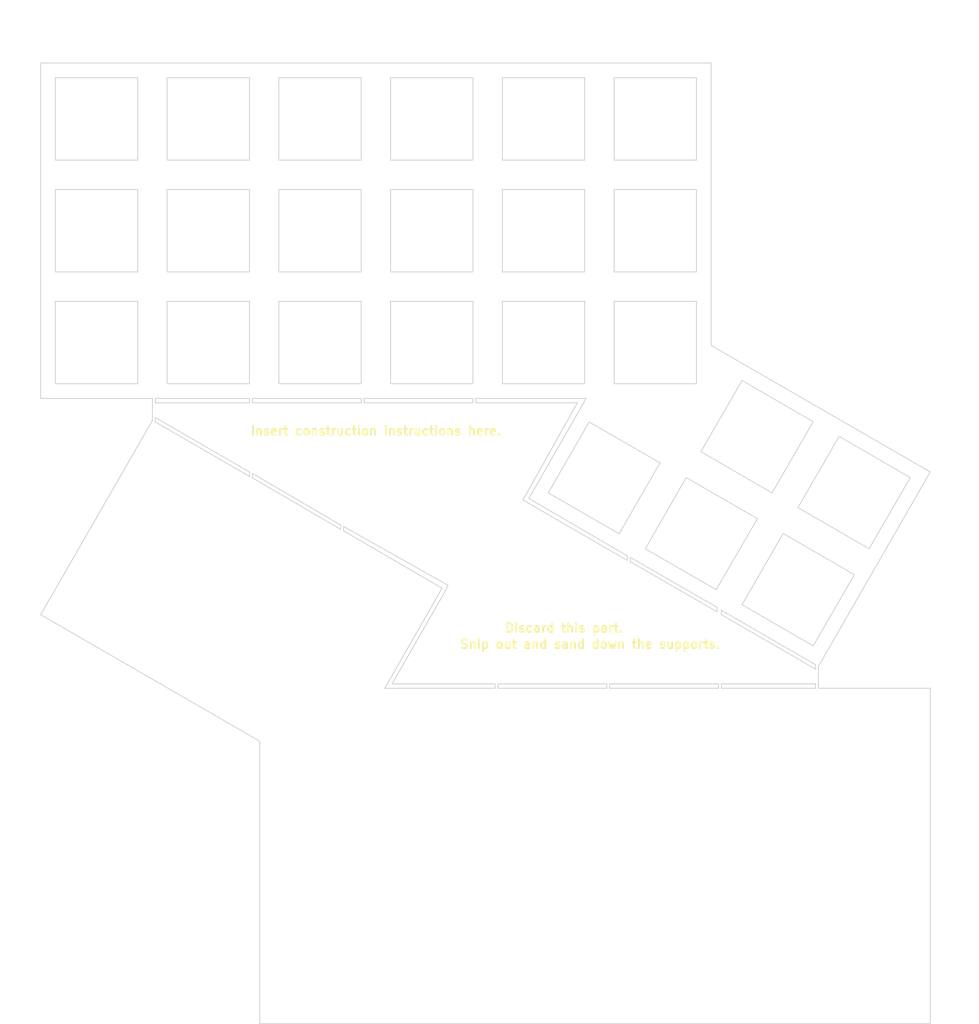
<source format=kicad_pcb>
(kicad_pcb (version 4) (host pcbnew 4.0.7)

  (general
    (links 0)
    (no_connects 0)
    (area 12.724968 16.05 184.814286 189.575001)
    (thickness 1.6)
    (drawings 175)
    (tracks 0)
    (zones 0)
    (modules 10)
    (nets 1)
  )

  (page A4)
  (title_block
    (title "Shard plate and base")
    (date 2017-10-30)
    (rev rev1)
  )

  (layers
    (0 F.Cu signal)
    (31 B.Cu signal)
    (32 B.Adhes user)
    (33 F.Adhes user)
    (34 B.Paste user)
    (35 F.Paste user)
    (36 B.SilkS user)
    (37 F.SilkS user)
    (38 B.Mask user)
    (39 F.Mask user)
    (40 Dwgs.User user)
    (41 Cmts.User user)
    (42 Eco1.User user)
    (43 Eco2.User user)
    (44 Edge.Cuts user)
    (45 Margin user)
    (46 B.CrtYd user)
    (47 F.CrtYd user)
    (48 B.Fab user)
    (49 F.Fab user)
  )

  (setup
    (last_trace_width 0.25)
    (trace_clearance 0.2)
    (zone_clearance 0.508)
    (zone_45_only no)
    (trace_min 0.2)
    (segment_width 0.2)
    (edge_width 0.15)
    (via_size 0.6)
    (via_drill 0.4)
    (via_min_size 0.4)
    (via_min_drill 0.3)
    (uvia_size 0.3)
    (uvia_drill 0.1)
    (uvias_allowed no)
    (uvia_min_size 0.2)
    (uvia_min_drill 0.1)
    (pcb_text_width 0.3)
    (pcb_text_size 1.5 1.5)
    (mod_edge_width 0.15)
    (mod_text_size 1 1)
    (mod_text_width 0.15)
    (pad_size 1.2 2)
    (pad_drill 0.6)
    (pad_to_mask_clearance 0.2)
    (aux_axis_origin 0 0)
    (visible_elements FFFFF77F)
    (pcbplotparams
      (layerselection 0x010f0_80000001)
      (usegerberextensions true)
      (excludeedgelayer true)
      (linewidth 0.100000)
      (plotframeref false)
      (viasonmask false)
      (mode 1)
      (useauxorigin false)
      (hpglpennumber 1)
      (hpglpenspeed 20)
      (hpglpendiameter 15)
      (hpglpenoverlay 2)
      (psnegative false)
      (psa4output false)
      (plotreference true)
      (plotvalue true)
      (plotinvisibletext false)
      (padsonsilk false)
      (subtractmaskfromsilk false)
      (outputformat 1)
      (mirror false)
      (drillshape 0)
      (scaleselection 1)
      (outputdirectory plate-gerber/))
  )

  (net 0 "")

  (net_class Default "This is the default net class."
    (clearance 0.2)
    (trace_width 0.25)
    (via_dia 0.6)
    (via_drill 0.4)
    (uvia_dia 0.3)
    (uvia_drill 0.1)
  )

  (module Mounting_Holes:MountingHole_2.2mm_M2 (layer F.Cu) (tedit 5A061492) (tstamp 5A11DD57)
    (at 153 151.5 180)
    (descr "Mounting Hole 2.2mm, no annular, M2")
    (tags "mounting hole 2.2mm no annular m2")
    (attr virtual)
    (fp_text reference M2 (at 0 -3.2 180) (layer F.SilkS) hide
      (effects (font (size 1 1) (thickness 0.15)))
    )
    (fp_text value MountingHole_2.2mm_M2 (at 0 3.2 180) (layer F.Fab) hide
      (effects (font (size 1 1) (thickness 0.15)))
    )
    (fp_text user %R (at 0.3 0 180) (layer F.Fab) hide
      (effects (font (size 1 1) (thickness 0.15)))
    )
    (fp_circle (center 0 0) (end 2.2 0) (layer Cmts.User) (width 0.15))
    (fp_circle (center 0 0) (end 2.45 0) (layer F.CrtYd) (width 0.05))
    (pad 1 np_thru_hole circle (at 0 0 180) (size 2.2 2.2) (drill 2.2) (layers *.Cu *.Mask))
  )

  (module Mounting_Holes:MountingHole_2.2mm_M2 (layer F.Cu) (tedit 5A06149E) (tstamp 5A11DD50)
    (at 77.5 151.5 180)
    (descr "Mounting Hole 2.2mm, no annular, M2")
    (tags "mounting hole 2.2mm no annular m2")
    (attr virtual)
    (fp_text reference M2 (at 0 -3.2 180) (layer F.SilkS) hide
      (effects (font (size 1 1) (thickness 0.15)))
    )
    (fp_text value MountingHole_2.2mm_M2 (at 0 3.2 180) (layer F.Fab) hide
      (effects (font (size 1 1) (thickness 0.15)))
    )
    (fp_text user %R (at 0.3 0 180) (layer F.Fab) hide
      (effects (font (size 1 1) (thickness 0.15)))
    )
    (fp_circle (center 0 0) (end 2.2 0) (layer Cmts.User) (width 0.15))
    (fp_circle (center 0 0) (end 2.45 0) (layer F.CrtYd) (width 0.05))
    (pad 1 np_thru_hole circle (at 0 0 180) (size 2.2 2.2) (drill 2.2) (layers *.Cu *.Mask))
  )

  (module Mounting_Holes:MountingHole_2.2mm_M2 (layer F.Cu) (tedit 5A0614A8) (tstamp 5A11DD49)
    (at 153 170.5 180)
    (descr "Mounting Hole 2.2mm, no annular, M2")
    (tags "mounting hole 2.2mm no annular m2")
    (attr virtual)
    (fp_text reference M2 (at 0 -3.2 180) (layer F.SilkS) hide
      (effects (font (size 1 1) (thickness 0.15)))
    )
    (fp_text value MountingHole_2.2mm_M2 (at 0 3.2 180) (layer F.Fab) hide
      (effects (font (size 1 1) (thickness 0.15)))
    )
    (fp_text user %R (at 0.3 0 180) (layer F.Fab) hide
      (effects (font (size 1 1) (thickness 0.15)))
    )
    (fp_circle (center 0 0) (end 2.2 0) (layer Cmts.User) (width 0.15))
    (fp_circle (center 0 0) (end 2.45 0) (layer F.CrtYd) (width 0.05))
    (pad 1 np_thru_hole circle (at 0 0 180) (size 2.2 2.2) (drill 2.2) (layers *.Cu *.Mask))
  )

  (module Mounting_Holes:MountingHole_2.2mm_M2 (layer F.Cu) (tedit 5A0614A8) (tstamp 5A11DD42)
    (at 77.5 170.5 180)
    (descr "Mounting Hole 2.2mm, no annular, M2")
    (tags "mounting hole 2.2mm no annular m2")
    (attr virtual)
    (fp_text reference M2 (at 0 -3.2 180) (layer F.SilkS) hide
      (effects (font (size 1 1) (thickness 0.15)))
    )
    (fp_text value MountingHole_2.2mm_M2 (at 0 3.2 180) (layer F.Fab) hide
      (effects (font (size 1 1) (thickness 0.15)))
    )
    (fp_text user %R (at 0.3 0 180) (layer F.Fab) hide
      (effects (font (size 1 1) (thickness 0.15)))
    )
    (fp_circle (center 0 0) (end 2.2 0) (layer Cmts.User) (width 0.15))
    (fp_circle (center 0 0) (end 2.45 0) (layer F.CrtYd) (width 0.05))
    (pad 1 np_thru_hole circle (at 0 0 180) (size 2.2 2.2) (drill 2.2) (layers *.Cu *.Mask))
  )

  (module Mounting_Holes:MountingHole_2.2mm_M2 (layer F.Cu) (tedit 5A06149E) (tstamp 5A11DD3B)
    (at 46.75 113 180)
    (descr "Mounting Hole 2.2mm, no annular, M2")
    (tags "mounting hole 2.2mm no annular m2")
    (attr virtual)
    (fp_text reference M2 (at 0 -3.2 180) (layer F.SilkS) hide
      (effects (font (size 1 1) (thickness 0.15)))
    )
    (fp_text value MountingHole_2.2mm_M2 (at 0 3.2 180) (layer F.Fab) hide
      (effects (font (size 1 1) (thickness 0.15)))
    )
    (fp_text user %R (at 0.3 0 180) (layer F.Fab) hide
      (effects (font (size 1 1) (thickness 0.15)))
    )
    (fp_circle (center 0 0) (end 2.2 0) (layer Cmts.User) (width 0.15))
    (fp_circle (center 0 0) (end 2.45 0) (layer F.CrtYd) (width 0.05))
    (pad 1 np_thru_hole circle (at 0 0 180) (size 2.2 2.2) (drill 2.2) (layers *.Cu *.Mask))
  )

  (module Mounting_Holes:MountingHole_2.2mm_M2 (layer F.Cu) (tedit 5A06149E) (tstamp 5A061F67)
    (at 146 102.75)
    (descr "Mounting Hole 2.2mm, no annular, M2")
    (tags "mounting hole 2.2mm no annular m2")
    (attr virtual)
    (fp_text reference M2 (at 0 -3.2) (layer F.SilkS) hide
      (effects (font (size 1 1) (thickness 0.15)))
    )
    (fp_text value MountingHole_2.2mm_M2 (at 0 3.2) (layer F.Fab) hide
      (effects (font (size 1 1) (thickness 0.15)))
    )
    (fp_text user %R (at 0.3 0) (layer F.Fab) hide
      (effects (font (size 1 1) (thickness 0.15)))
    )
    (fp_circle (center 0 0) (end 2.2 0) (layer Cmts.User) (width 0.15))
    (fp_circle (center 0 0) (end 2.45 0) (layer F.CrtYd) (width 0.05))
    (pad 1 np_thru_hole circle (at 0 0) (size 2.2 2.2) (drill 2.2) (layers *.Cu *.Mask))
  )

  (module Mounting_Holes:MountingHole_2.2mm_M2 (layer F.Cu) (tedit 5A0614A8) (tstamp 5A061F4F)
    (at 115.75 45.25)
    (descr "Mounting Hole 2.2mm, no annular, M2")
    (tags "mounting hole 2.2mm no annular m2")
    (attr virtual)
    (fp_text reference M2 (at 0 -3.2) (layer F.SilkS) hide
      (effects (font (size 1 1) (thickness 0.15)))
    )
    (fp_text value MountingHole_2.2mm_M2 (at 0 3.2) (layer F.Fab) hide
      (effects (font (size 1 1) (thickness 0.15)))
    )
    (fp_text user %R (at 0.3 0) (layer F.Fab) hide
      (effects (font (size 1 1) (thickness 0.15)))
    )
    (fp_circle (center 0 0) (end 2.2 0) (layer Cmts.User) (width 0.15))
    (fp_circle (center 0 0) (end 2.45 0) (layer F.CrtYd) (width 0.05))
    (pad 1 np_thru_hole circle (at 0 0) (size 2.2 2.2) (drill 2.2) (layers *.Cu *.Mask))
  )

  (module Mounting_Holes:MountingHole_2.2mm_M2 (layer F.Cu) (tedit 5A0614A8) (tstamp 5A061EA8)
    (at 39.75 45.25)
    (descr "Mounting Hole 2.2mm, no annular, M2")
    (tags "mounting hole 2.2mm no annular m2")
    (attr virtual)
    (fp_text reference M2 (at 0 -3.2) (layer F.SilkS) hide
      (effects (font (size 1 1) (thickness 0.15)))
    )
    (fp_text value MountingHole_2.2mm_M2 (at 0 3.2) (layer F.Fab) hide
      (effects (font (size 1 1) (thickness 0.15)))
    )
    (fp_text user %R (at 0.3 0) (layer F.Fab) hide
      (effects (font (size 1 1) (thickness 0.15)))
    )
    (fp_circle (center 0 0) (end 2.2 0) (layer Cmts.User) (width 0.15))
    (fp_circle (center 0 0) (end 2.45 0) (layer F.CrtYd) (width 0.05))
    (pad 1 np_thru_hole circle (at 0 0) (size 2.2 2.2) (drill 2.2) (layers *.Cu *.Mask))
  )

  (module Mounting_Holes:MountingHole_2.2mm_M2 (layer F.Cu) (tedit 5A06149E) (tstamp 5A061EEC)
    (at 115.75 64.25)
    (descr "Mounting Hole 2.2mm, no annular, M2")
    (tags "mounting hole 2.2mm no annular m2")
    (attr virtual)
    (fp_text reference M2 (at 0 -3.2) (layer F.SilkS) hide
      (effects (font (size 1 1) (thickness 0.15)))
    )
    (fp_text value MountingHole_2.2mm_M2 (at 0 3.2) (layer F.Fab) hide
      (effects (font (size 1 1) (thickness 0.15)))
    )
    (fp_text user %R (at 0.3 0) (layer F.Fab) hide
      (effects (font (size 1 1) (thickness 0.15)))
    )
    (fp_circle (center 0 0) (end 2.2 0) (layer Cmts.User) (width 0.15))
    (fp_circle (center 0 0) (end 2.45 0) (layer F.CrtYd) (width 0.05))
    (pad 1 np_thru_hole circle (at 0 0) (size 2.2 2.2) (drill 2.2) (layers *.Cu *.Mask))
  )

  (module Mounting_Holes:MountingHole_2.2mm_M2 (layer F.Cu) (tedit 5A061492) (tstamp 5A061E03)
    (at 39.75 64.25)
    (descr "Mounting Hole 2.2mm, no annular, M2")
    (tags "mounting hole 2.2mm no annular m2")
    (attr virtual)
    (fp_text reference M2 (at 0 -3.2) (layer F.SilkS) hide
      (effects (font (size 1 1) (thickness 0.15)))
    )
    (fp_text value MountingHole_2.2mm_M2 (at 0 3.2) (layer F.Fab) hide
      (effects (font (size 1 1) (thickness 0.15)))
    )
    (fp_text user %R (at 0.3 0) (layer F.Fab) hide
      (effects (font (size 1 1) (thickness 0.15)))
    )
    (fp_circle (center 0 0) (end 2.2 0) (layer Cmts.User) (width 0.15))
    (fp_circle (center 0 0) (end 2.45 0) (layer F.CrtYd) (width 0.05))
    (pad 1 np_thru_hole circle (at 0 0) (size 2.2 2.2) (drill 2.2) (layers *.Cu *.Mask))
  )

  (gr_text "Insert construction instructions here." (at 77.75 88.75) (layer F.SilkS)
    (effects (font (size 1.5 1.5) (thickness 0.3)))
  )
  (gr_text "Snip out and sand down the supports. " (at 114.75 125) (layer F.SilkS)
    (effects (font (size 1.5 1.5) (thickness 0.3)))
  )
  (gr_text "Discard this part." (at 109.75 122.25) (layer F.SilkS)
    (effects (font (size 1.5 1.5) (thickness 0.3)))
  )
  (gr_line (start 72.25 105) (end 90 115) (angle 90) (layer Edge.Cuts) (width 0.15))
  (gr_line (start 72.25 105.75) (end 72.25 105) (angle 90) (layer Edge.Cuts) (width 0.15))
  (gr_line (start 72.25 105.75) (end 89 115.5) (angle 90) (layer Edge.Cuts) (width 0.15))
  (gr_line (start 56.75 96) (end 56.75 96.75) (angle 90) (layer Edge.Cuts) (width 0.15))
  (gr_line (start 71.75 104.75) (end 56.75 96) (angle 90) (layer Edge.Cuts) (width 0.15))
  (gr_line (start 71.75 105.5) (end 71.75 104.75) (angle 90) (layer Edge.Cuts) (width 0.15))
  (gr_line (start 56.75 96.75) (end 71.75 105.5) (angle 90) (layer Edge.Cuts) (width 0.15))
  (gr_line (start 40.25 87.25) (end 56.25 96.5) (angle 90) (layer Edge.Cuts) (width 0.15))
  (gr_line (start 56.25 95.75) (end 40.25 86.5) (angle 90) (layer Edge.Cuts) (width 0.15))
  (gr_line (start 56.25 96.5) (end 56.25 95.75) (angle 90) (layer Edge.Cuts) (width 0.15))
  (gr_line (start 89.25 116.5) (end 90 115) (angle 90) (layer Edge.Cuts) (width 0.15))
  (gr_line (start 80.5 131.75) (end 89.25 116.5) (angle 90) (layer Edge.Cuts) (width 0.15))
  (gr_line (start 98 131.75) (end 80.5 131.75) (angle 90) (layer Edge.Cuts) (width 0.15))
  (gr_line (start 98 132.5) (end 98 131.75) (angle 90) (layer Edge.Cuts) (width 0.15))
  (gr_line (start 98 132.5) (end 79.25 132.5) (angle 90) (layer Edge.Cuts) (width 0.15))
  (gr_line (start 117 131.75) (end 117 132.5) (angle 90) (layer Edge.Cuts) (width 0.15))
  (gr_line (start 98.5 131.75) (end 117 131.75) (angle 90) (layer Edge.Cuts) (width 0.15))
  (gr_line (start 98.5 132.5) (end 98.5 131.75) (angle 90) (layer Edge.Cuts) (width 0.15))
  (gr_line (start 117 132.5) (end 98.5 132.5) (angle 90) (layer Edge.Cuts) (width 0.15))
  (gr_line (start 136 131.75) (end 136 132.5) (angle 90) (layer Edge.Cuts) (width 0.15))
  (gr_line (start 117.5 131.75) (end 136 131.75) (angle 90) (layer Edge.Cuts) (width 0.15))
  (gr_line (start 117.5 132.5) (end 117.5 131.75) (angle 90) (layer Edge.Cuts) (width 0.15))
  (gr_line (start 136 132.5) (end 117.5 132.5) (angle 90) (layer Edge.Cuts) (width 0.15))
  (gr_line (start 152.5 131.75) (end 152.5 132.5) (angle 90) (layer Edge.Cuts) (width 0.15))
  (gr_line (start 136.5 131.75) (end 152.5 131.75) (angle 90) (layer Edge.Cuts) (width 0.15))
  (gr_line (start 136.5 132.5) (end 136.5 131.75) (angle 90) (layer Edge.Cuts) (width 0.15))
  (gr_line (start 152.5 132.5) (end 136.5 132.5) (angle 90) (layer Edge.Cuts) (width 0.15))
  (gr_line (start 153 132.5) (end 172 132.5) (angle 90) (layer Edge.Cuts) (width 0.15))
  (gr_line (start 152.5 128.5) (end 152.5 129.25) (angle 90) (layer Edge.Cuts) (width 0.15))
  (gr_line (start 153 128.75) (end 153 132.5) (angle 90) (layer Edge.Cuts) (width 0.15))
  (gr_line (start 120.5 110.75) (end 120 110.5) (angle 90) (layer Edge.Cuts) (width 0.15))
  (gr_line (start 120.5 110) (end 120.5 110.75) (angle 90) (layer Edge.Cuts) (width 0.15))
  (gr_line (start 121 111) (end 121 110.25) (angle 90) (layer Edge.Cuts) (width 0.15))
  (gr_line (start 135.75 119.5) (end 121 111) (angle 90) (layer Edge.Cuts) (width 0.15))
  (gr_line (start 135.75 118.75) (end 135.75 119.5) (angle 90) (layer Edge.Cuts) (width 0.15))
  (gr_line (start 136.5 119.25) (end 136.5 120) (angle 90) (layer Edge.Cuts) (width 0.15))
  (gr_line (start 152.5 129.25) (end 136.5 120) (angle 90) (layer Edge.Cuts) (width 0.15))
  (gr_line (start 136.5 119.25) (end 152.5 128.5) (angle 90) (layer Edge.Cuts) (width 0.15))
  (gr_line (start 121 110.25) (end 135.75 118.75) (angle 90) (layer Edge.Cuts) (width 0.15))
  (gr_line (start 120.5 110) (end 103.75 100.25) (angle 90) (layer Edge.Cuts) (width 0.15))
  (gr_line (start 102.75 100.5) (end 112 84) (angle 90) (layer Edge.Cuts) (width 0.15))
  (gr_line (start 94.75 83.25) (end 113.5 83.25) (angle 90) (layer Edge.Cuts) (width 0.15))
  (gr_line (start 75.75 83.25) (end 94.25 83.25) (angle 90) (layer Edge.Cuts) (width 0.15))
  (gr_line (start 56.75 83.25) (end 75.25 83.25) (angle 90) (layer Edge.Cuts) (width 0.15))
  (gr_line (start 40.25 83.25) (end 56.25 83.25) (angle 90) (layer Edge.Cuts) (width 0.15))
  (gr_line (start 20.75 83.25) (end 39.75 83.25) (angle 90) (layer Edge.Cuts) (width 0.15))
  (gr_line (start 102.75 100.5) (end 120 110.5) (angle 90) (layer Edge.Cuts) (width 0.15))
  (gr_line (start 94.75 84) (end 112 84) (angle 90) (layer Edge.Cuts) (width 0.15))
  (gr_line (start 94.75 83.25) (end 94.75 84) (angle 90) (layer Edge.Cuts) (width 0.15))
  (gr_line (start 94.25 84) (end 94.25 83.25) (angle 90) (layer Edge.Cuts) (width 0.15))
  (gr_line (start 75.75 84) (end 94.25 84) (angle 90) (layer Edge.Cuts) (width 0.15))
  (gr_line (start 75.75 83.25) (end 75.75 84) (angle 90) (layer Edge.Cuts) (width 0.15))
  (gr_line (start 75.25 84) (end 75.25 83.25) (angle 90) (layer Edge.Cuts) (width 0.15))
  (gr_line (start 56.75 84) (end 75.25 84) (angle 90) (layer Edge.Cuts) (width 0.15))
  (gr_line (start 56.75 83.25) (end 56.75 84) (angle 90) (layer Edge.Cuts) (width 0.15))
  (gr_line (start 56.25 84) (end 56.25 83.25) (angle 90) (layer Edge.Cuts) (width 0.15))
  (gr_line (start 40.25 87.25) (end 40.25 86.5) (angle 90) (layer Edge.Cuts) (width 0.15))
  (gr_line (start 40.25 84) (end 40.5 84) (angle 90) (layer Edge.Cuts) (width 0.15))
  (gr_line (start 40.25 83.25) (end 40.25 84) (angle 90) (layer Edge.Cuts) (width 0.15))
  (gr_line (start 39.75 87) (end 39.75 83.25) (angle 90) (layer Edge.Cuts) (width 0.15))
  (gr_line (start 40.5 84) (end 56.25 84) (angle 90) (layer Edge.Cuts) (width 0.15))
  (gr_line (start 20.75 120) (end 39.75 87) (angle 90) (layer Edge.Cuts) (width 0.15) (tstamp 5A11DDD0))
  (gr_line (start 89 115.5) (end 79.25 132.5) (angle 90) (layer Edge.Cuts) (width 0.15) (tstamp 5A11DDCE))
  (gr_line (start 172 132.5) (end 172 189.5) (angle 90) (layer Edge.Cuts) (width 0.15) (tstamp 5A11DDCC))
  (gr_line (start 172 189.5) (end 58 189.5) (angle 90) (layer Edge.Cuts) (width 0.15) (tstamp 5A11DDCB))
  (gr_line (start 58 189.5) (end 58 141.5) (angle 90) (layer Edge.Cuts) (width 0.15) (tstamp 5A11DD61))
  (gr_line (start 58 141.5) (end 20.75 120) (angle 90) (layer Edge.Cuts) (width 0.15) (tstamp 5A11DD60))
  (gr_line (start 134.75 74.25) (end 172 95.75) (angle 90) (layer Edge.Cuts) (width 0.15))
  (gr_line (start 134.75 26.25) (end 134.75 74.25) (angle 90) (layer Edge.Cuts) (width 0.15))
  (dimension 69.750448 (width 0.3) (layer Dwgs.User)
    (gr_text "69.750 mm" (at 136.502209 61.018809 270.2053603) (layer Dwgs.User) (tstamp 5A0703DB)
      (effects (font (size 1.5 1.5) (thickness 0.3)))
    )
    (feature1 (pts (xy 176.5 26) (xy 135.027218 26.148648)))
    (feature2 (pts (xy 176.75 95.75) (xy 135.277218 95.898648)))
    (crossbar (pts (xy 137.977201 95.888971) (xy 137.727201 26.138971)))
    (arrow1a (pts (xy 137.727201 26.138971) (xy 138.317656 27.263366)))
    (arrow1b (pts (xy 137.727201 26.138971) (xy 137.144822 27.267569)))
    (arrow2a (pts (xy 137.977201 95.888971) (xy 138.55958 94.760373)))
    (arrow2b (pts (xy 137.977201 95.888971) (xy 137.386746 94.764576)))
  )
  (dimension 151.25 (width 0.3) (layer Dwgs.User)
    (gr_text "151.250 mm" (at 96.375 17.4) (layer Dwgs.User)
      (effects (font (size 1.5 1.5) (thickness 0.3)))
    )
    (feature1 (pts (xy 172 21.75) (xy 172 16.05)))
    (feature2 (pts (xy 20.75 21.75) (xy 20.75 16.05)))
    (crossbar (pts (xy 20.75 18.75) (xy 172 18.75)))
    (arrow1a (pts (xy 172 18.75) (xy 170.873496 19.336421)))
    (arrow1b (pts (xy 172 18.75) (xy 170.873496 18.163579)))
    (arrow2a (pts (xy 20.75 18.75) (xy 21.876504 19.336421)))
    (arrow2b (pts (xy 20.75 18.75) (xy 21.876504 18.163579)))
  )
  (dimension 102.5 (width 0.3) (layer Dwgs.User)
    (gr_text "102.500 mm" (at 177.6 77.25 270) (layer Dwgs.User)
      (effects (font (size 1.5 1.5) (thickness 0.3)))
    )
    (feature1 (pts (xy 172 128.5) (xy 178.95 128.5)))
    (feature2 (pts (xy 172 26) (xy 178.95 26)))
    (crossbar (pts (xy 176.25 26) (xy 176.25 128.5)))
    (arrow1a (pts (xy 176.25 128.5) (xy 175.663579 127.373496)))
    (arrow1b (pts (xy 176.25 128.5) (xy 176.836421 127.373496)))
    (arrow2a (pts (xy 176.25 26) (xy 175.663579 27.126504)))
    (arrow2b (pts (xy 176.25 26) (xy 176.836421 27.126504)))
  )
  (dimension 37.25 (width 0.3) (layer Dwgs.User)
    (gr_text "37.250 mm" (at 153.375 22.15) (layer Dwgs.User)
      (effects (font (size 1.5 1.5) (thickness 0.3)))
    )
    (feature1 (pts (xy 172 26.25) (xy 172 20.8)))
    (feature2 (pts (xy 134.75 26.25) (xy 134.75 20.8)))
    (crossbar (pts (xy 134.75 23.5) (xy 172 23.5)))
    (arrow1a (pts (xy 172 23.5) (xy 170.873496 24.086421)))
    (arrow1b (pts (xy 172 23.5) (xy 170.873496 22.913579)))
    (arrow2a (pts (xy 134.75 23.5) (xy 135.876504 24.086421)))
    (arrow2b (pts (xy 134.75 23.5) (xy 135.876504 22.913579)))
  )
  (gr_line (start 172 21.25) (end 172 21) (angle 90) (layer Dwgs.User) (width 0.2))
  (dimension 57.000548 (width 0.3) (layer Dwgs.User)
    (gr_text "57.001 mm" (at 19.224967 54.739693 270.2512957) (layer Dwgs.User)
      (effects (font (size 1.5 1.5) (thickness 0.3)))
    )
    (feature1 (pts (xy 17 83.25) (xy 20.699954 83.233772)))
    (feature2 (pts (xy 16.75 26.25) (xy 20.449954 26.233772)))
    (crossbar (pts (xy 17.74998 26.245614) (xy 17.99998 83.245614)))
    (arrow1a (pts (xy 17.99998 83.245614) (xy 17.408624 82.121693)))
    (arrow1b (pts (xy 17.99998 83.245614) (xy 18.581454 82.116549)))
    (arrow2a (pts (xy 17.74998 26.245614) (xy 17.168506 27.374679)))
    (arrow2b (pts (xy 17.74998 26.245614) (xy 18.341336 27.369535)))
  )
  (dimension 114 (width 0.3) (layer Dwgs.User)
    (gr_text "114.000 mm" (at 77.75 24.85) (layer Dwgs.User)
      (effects (font (size 1.5 1.5) (thickness 0.3)))
    )
    (feature1 (pts (xy 134.75 21.75) (xy 134.75 26.2)))
    (feature2 (pts (xy 20.75 21.75) (xy 20.75 26.2)))
    (crossbar (pts (xy 20.75 23.5) (xy 134.75 23.5)))
    (arrow1a (pts (xy 134.75 23.5) (xy 133.623496 24.086421)))
    (arrow1b (pts (xy 134.75 23.5) (xy 133.623496 22.913579)))
    (arrow2a (pts (xy 20.75 23.5) (xy 21.876504 24.086421)))
    (arrow2b (pts (xy 20.75 23.5) (xy 21.876504 22.913579)))
  )
  (gr_line (start 133 92.3) (end 140 80.2) (angle 90) (layer Edge.Cuts) (width 0.15))
  (gr_line (start 145.1 99.3) (end 133 92.3) (angle 90) (layer Edge.Cuts) (width 0.15))
  (gr_line (start 152.1 87.2) (end 145.1 99.3) (angle 90) (layer Edge.Cuts) (width 0.15))
  (gr_line (start 140 80.2) (end 152.1 87.2) (angle 90) (layer Edge.Cuts) (width 0.15))
  (gr_line (start 161.6 108.8) (end 149.5 101.8) (angle 90) (layer Edge.Cuts) (width 0.15))
  (gr_line (start 168.6 96.7) (end 161.6 108.8) (angle 90) (layer Edge.Cuts) (width 0.15))
  (gr_line (start 156.5 89.7) (end 168.6 96.7) (angle 90) (layer Edge.Cuts) (width 0.15))
  (gr_line (start 149.5 101.8) (end 156.5 89.7) (angle 90) (layer Edge.Cuts) (width 0.15))
  (gr_line (start 140 118.3) (end 147 106.2) (angle 90) (layer Edge.Cuts) (width 0.15))
  (gr_line (start 152.1 125.3) (end 140 118.3) (angle 90) (layer Edge.Cuts) (width 0.15))
  (gr_line (start 159.1 113.2) (end 152.1 125.3) (angle 90) (layer Edge.Cuts) (width 0.15))
  (gr_line (start 147 106.2) (end 159.1 113.2) (angle 90) (layer Edge.Cuts) (width 0.15))
  (gr_line (start 123.55 108.8) (end 130.5 96.7) (angle 90) (layer Edge.Cuts) (width 0.15))
  (gr_line (start 135.6 115.75) (end 123.55 108.8) (angle 90) (layer Edge.Cuts) (width 0.15))
  (gr_line (start 142.6 103.7) (end 135.6 115.75) (angle 90) (layer Edge.Cuts) (width 0.15))
  (gr_line (start 130.5 96.7) (end 142.65 103.7) (angle 90) (layer Edge.Cuts) (width 0.15))
  (gr_line (start 107.05 99.3) (end 114 87.25) (angle 90) (layer Edge.Cuts) (width 0.15))
  (gr_line (start 119.1 106.25) (end 107.05 99.3) (angle 90) (layer Edge.Cuts) (width 0.15))
  (gr_line (start 126.05 94.2) (end 119.1 106.25) (angle 90) (layer Edge.Cuts) (width 0.15))
  (gr_line (start 114 87.25) (end 126.05 94.2) (angle 90) (layer Edge.Cuts) (width 0.15))
  (gr_line (start 118.25 80.75) (end 118.25 66.75) (angle 90) (layer Edge.Cuts) (width 0.15))
  (gr_line (start 132.25 80.75) (end 118.25 80.75) (angle 90) (layer Edge.Cuts) (width 0.15))
  (gr_line (start 132.25 66.75) (end 132.25 80.75) (angle 90) (layer Edge.Cuts) (width 0.15))
  (gr_line (start 118.25 66.75) (end 132.25 66.75) (angle 90) (layer Edge.Cuts) (width 0.15))
  (gr_line (start 99.25 80.75) (end 99.25 66.75) (angle 90) (layer Edge.Cuts) (width 0.15))
  (gr_line (start 113.25 80.75) (end 99.25 80.75) (angle 90) (layer Edge.Cuts) (width 0.15))
  (gr_line (start 113.25 66.75) (end 113.25 80.75) (angle 90) (layer Edge.Cuts) (width 0.15))
  (gr_line (start 99.25 66.75) (end 113.25 66.75) (angle 90) (layer Edge.Cuts) (width 0.15))
  (gr_line (start 80.25 80.75) (end 80.25 66.75) (angle 90) (layer Edge.Cuts) (width 0.15))
  (gr_line (start 94.25 80.75) (end 80.25 80.75) (angle 90) (layer Edge.Cuts) (width 0.15))
  (gr_line (start 94.25 66.75) (end 94.25 80.75) (angle 90) (layer Edge.Cuts) (width 0.15))
  (gr_line (start 80.25 66.75) (end 94.25 66.75) (angle 90) (layer Edge.Cuts) (width 0.15))
  (gr_line (start 61.25 80.75) (end 61.25 66.75) (angle 90) (layer Edge.Cuts) (width 0.15))
  (gr_line (start 75.25 80.75) (end 61.25 80.75) (angle 90) (layer Edge.Cuts) (width 0.15))
  (gr_line (start 75.25 66.75) (end 75.25 80.75) (angle 90) (layer Edge.Cuts) (width 0.15))
  (gr_line (start 61.25 66.75) (end 75.25 66.75) (angle 90) (layer Edge.Cuts) (width 0.15))
  (gr_line (start 42.25 80.75) (end 42.25 66.75) (angle 90) (layer Edge.Cuts) (width 0.15))
  (gr_line (start 56.25 80.75) (end 42.25 80.75) (angle 90) (layer Edge.Cuts) (width 0.15))
  (gr_line (start 56.25 66.75) (end 56.25 80.75) (angle 90) (layer Edge.Cuts) (width 0.15))
  (gr_line (start 42.25 66.75) (end 56.25 66.75) (angle 90) (layer Edge.Cuts) (width 0.15))
  (gr_line (start 23.25 80.75) (end 23.25 66.75) (angle 90) (layer Edge.Cuts) (width 0.15))
  (gr_line (start 37.25 80.75) (end 23.25 80.75) (angle 90) (layer Edge.Cuts) (width 0.15))
  (gr_line (start 37.25 66.75) (end 37.25 80.75) (angle 90) (layer Edge.Cuts) (width 0.15))
  (gr_line (start 23.25 66.75) (end 37.25 66.75) (angle 90) (layer Edge.Cuts) (width 0.15))
  (gr_line (start 23.25 61.75) (end 23.25 47.75) (angle 90) (layer Edge.Cuts) (width 0.15))
  (gr_line (start 37.25 61.75) (end 23.25 61.75) (angle 90) (layer Edge.Cuts) (width 0.15))
  (gr_line (start 37.25 47.75) (end 37.25 61.75) (angle 90) (layer Edge.Cuts) (width 0.15))
  (gr_line (start 23.25 47.75) (end 37.25 47.75) (angle 90) (layer Edge.Cuts) (width 0.15))
  (gr_line (start 42.25 61.75) (end 42.25 47.75) (angle 90) (layer Edge.Cuts) (width 0.15))
  (gr_line (start 56.25 61.75) (end 42.25 61.75) (angle 90) (layer Edge.Cuts) (width 0.15))
  (gr_line (start 56.25 47.75) (end 56.25 61.75) (angle 90) (layer Edge.Cuts) (width 0.15))
  (gr_line (start 42.25 47.75) (end 56.25 47.75) (angle 90) (layer Edge.Cuts) (width 0.15))
  (gr_line (start 61.25 47.75) (end 75.25 47.75) (angle 90) (layer Edge.Cuts) (width 0.15))
  (gr_line (start 61.25 61.75) (end 61.25 47.75) (angle 90) (layer Edge.Cuts) (width 0.15))
  (gr_line (start 75.25 61.75) (end 61.25 61.75) (angle 90) (layer Edge.Cuts) (width 0.15))
  (gr_line (start 75.25 47.75) (end 75.25 61.75) (angle 90) (layer Edge.Cuts) (width 0.15))
  (gr_line (start 80.25 47.75) (end 94.25 47.75) (angle 90) (layer Edge.Cuts) (width 0.15))
  (gr_line (start 80.25 61.75) (end 80.25 47.75) (angle 90) (layer Edge.Cuts) (width 0.15))
  (gr_line (start 94.25 61.75) (end 80.25 61.75) (angle 90) (layer Edge.Cuts) (width 0.15))
  (gr_line (start 94.25 47.75) (end 94.25 61.75) (angle 90) (layer Edge.Cuts) (width 0.15))
  (gr_line (start 99.25 47.75) (end 113.25 47.75) (angle 90) (layer Edge.Cuts) (width 0.15))
  (gr_line (start 99.25 61.75) (end 99.25 47.75) (angle 90) (layer Edge.Cuts) (width 0.15))
  (gr_line (start 113.25 61.75) (end 99.25 61.75) (angle 90) (layer Edge.Cuts) (width 0.15))
  (gr_line (start 113.25 47.75) (end 113.25 61.75) (angle 90) (layer Edge.Cuts) (width 0.15))
  (gr_line (start 118.25 47.75) (end 132.25 47.75) (angle 90) (layer Edge.Cuts) (width 0.15))
  (gr_line (start 118.25 61.75) (end 118.25 47.75) (angle 90) (layer Edge.Cuts) (width 0.15))
  (gr_line (start 132.25 61.75) (end 118.25 61.75) (angle 90) (layer Edge.Cuts) (width 0.15))
  (gr_line (start 132.25 47.75) (end 132.25 61.75) (angle 90) (layer Edge.Cuts) (width 0.15))
  (gr_line (start 118.25 42.75) (end 118.25 28.75) (angle 90) (layer Edge.Cuts) (width 0.15))
  (gr_line (start 132.25 42.75) (end 118.25 42.75) (angle 90) (layer Edge.Cuts) (width 0.15))
  (gr_line (start 132.25 28.75) (end 132.25 42.75) (angle 90) (layer Edge.Cuts) (width 0.15))
  (gr_line (start 118.25 28.75) (end 132.25 28.75) (angle 90) (layer Edge.Cuts) (width 0.15))
  (gr_line (start 99.25 42.75) (end 99.25 28.75) (angle 90) (layer Edge.Cuts) (width 0.15))
  (gr_line (start 113.25 42.75) (end 99.25 42.75) (angle 90) (layer Edge.Cuts) (width 0.15))
  (gr_line (start 113.25 28.75) (end 113.25 42.75) (angle 90) (layer Edge.Cuts) (width 0.15))
  (gr_line (start 99.25 28.75) (end 113.25 28.75) (angle 90) (layer Edge.Cuts) (width 0.15))
  (gr_line (start 80.25 42.75) (end 80.25 28.75) (angle 90) (layer Edge.Cuts) (width 0.15))
  (gr_line (start 94.25 42.75) (end 80.25 42.75) (angle 90) (layer Edge.Cuts) (width 0.15))
  (gr_line (start 94.25 28.75) (end 94.25 42.75) (angle 90) (layer Edge.Cuts) (width 0.15))
  (gr_line (start 80.25 28.75) (end 94.25 28.75) (angle 90) (layer Edge.Cuts) (width 0.15))
  (gr_line (start 61.25 42.75) (end 61.25 28.75) (angle 90) (layer Edge.Cuts) (width 0.15))
  (gr_line (start 75.25 42.75) (end 61.25 42.75) (angle 90) (layer Edge.Cuts) (width 0.15))
  (gr_line (start 75.25 28.75) (end 75.25 42.75) (angle 90) (layer Edge.Cuts) (width 0.15))
  (gr_line (start 61.25 28.75) (end 75.25 28.75) (angle 90) (layer Edge.Cuts) (width 0.15))
  (gr_line (start 42.25 42.75) (end 42.25 28.75) (angle 90) (layer Edge.Cuts) (width 0.15))
  (gr_line (start 56.25 42.75) (end 42.25 42.75) (angle 90) (layer Edge.Cuts) (width 0.15))
  (gr_line (start 56.25 28.75) (end 56.25 42.75) (angle 90) (layer Edge.Cuts) (width 0.15))
  (gr_line (start 42.25 28.75) (end 56.25 28.75) (angle 90) (layer Edge.Cuts) (width 0.15))
  (gr_line (start 23.25 42.75) (end 23.25 28.75) (angle 90) (layer Edge.Cuts) (width 0.15))
  (gr_line (start 37.25 42.75) (end 23.25 42.75) (angle 90) (layer Edge.Cuts) (width 0.15))
  (gr_line (start 37.25 28.75) (end 37.25 42.75) (angle 90) (layer Edge.Cuts) (width 0.15))
  (gr_line (start 23.25 28.75) (end 37.25 28.75) (angle 90) (layer Edge.Cuts) (width 0.15))
  (gr_line (start 20.75 26.25) (end 134.75 26.25) (angle 90) (layer Edge.Cuts) (width 0.15))
  (gr_line (start 20.75 83.25) (end 20.75 26.25) (angle 90) (layer Edge.Cuts) (width 0.15))
  (gr_line (start 103.75 100.25) (end 113.5 83.25) (angle 90) (layer Edge.Cuts) (width 0.15))
  (gr_line (start 172 95.75) (end 153 128.75) (angle 90) (layer Edge.Cuts) (width 0.15))

)

</source>
